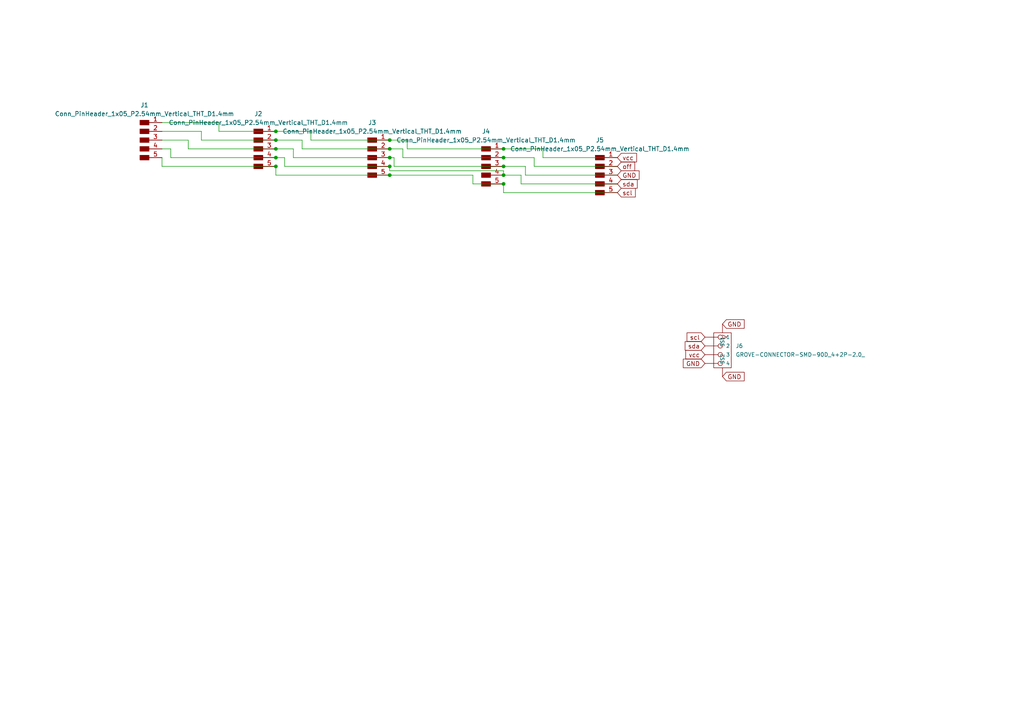
<source format=kicad_sch>
(kicad_sch (version 20230121) (generator eeschema)
  (paper "A4")
  (lib_symbols
    (symbol "OPL_Connector:GROVE-CONNECTOR-SMD-90D_4+2P-2.0_" (pin_numbers hide) (pin_names (offset 1.016))
      (property "Reference" "J" (at -7.62 6.35 0))
      (property "Value" "GROVE-CONNECTOR-SMD-90D_4+2P-2.0_" (at 1.27 6.35 0))
      (symbol "GROVE-CONNECTOR-SMD-90D_4+2P-2.0__1_0"
        (polyline (pts (xy -2.54 -5.08) (xy -2.54 5.08)))
        (polyline (pts (xy -2.54 5.08) (xy 2.54 5.08)))
        (polyline (pts (xy 2.54 -5.08) (xy -2.54 -5.08)))
        (polyline (pts (xy 2.54 5.08) (xy 2.54 -5.08)))
      )
      (symbol "GROVE-CONNECTOR-SMD-90D_4+2P-2.0__1_1"
        (pin bidirectional inverted_clock (at -5.08 3.81 0) (length 5.08) (name "1") (number "1"))
        (pin bidirectional inverted (at -5.08 1.27 0) (length 5.08) (name "2") (number "2"))
        (pin bidirectional inverted (at -5.08 -1.27 0) (length 5.08) (name "3") (number "3"))
        (pin bidirectional inverted (at -5.08 -3.81 0) (length 5.08) (name "4") (number "4"))
        (pin bidirectional line (at 0 7.62 270) (length 2.54) (name "SS1") (number "5"))
        (pin bidirectional line (at 0 -7.62 90) (length 2.54) (name "SS2") (number "6"))
      )
    )
    (symbol "fab:Conn_PinHeader_1x05_P2.54mm_Vertical_THT_D1.4mm" (pin_names hide)
      (property "Reference" "J" (at 0 7.62 0))
      (property "Value" "Conn_PinHeader_1x05_P2.54mm_Vertical_THT_D1.4mm" (at 0 -7.62 0))
      (symbol "Conn_PinHeader_1x05_P2.54mm_Vertical_THT_D1.4mm_1_1"
        (rectangle (start -1.27 -4.445) (end 1.27 -5.715) (stroke (width 0.254)) (fill (type outline)))
        (rectangle (start -1.27 -1.905) (end 1.27 -3.175) (stroke (width 0.254)) (fill (type outline)))
        (rectangle (start -1.27 0.635) (end 1.27 -0.635) (stroke (width 0.254)) (fill (type outline)))
        (rectangle (start -1.27 3.175) (end 1.27 1.905) (stroke (width 0.254)) (fill (type outline)))
        (rectangle (start -1.27 5.715) (end 1.27 4.445) (stroke (width 0.254)) (fill (type outline)))
        (pin passive line (at 5.08 5.08 180) (length 3.81) (name "Pin_1") (number "1"))
        (pin passive line (at 5.08 2.54 180) (length 3.81) (name "Pin_2") (number "2"))
        (pin passive line (at 5.08 0 180) (length 3.81) (name "Pin_3") (number "3"))
        (pin passive line (at 5.08 -2.54 180) (length 3.81) (name "Pin_4") (number "4"))
        (pin passive line (at 5.08 -5.08 180) (length 3.81) (name "Pin_5") (number "5"))
      )
    )
  )
  (junction (at 146.05 50.8))
  (junction (at 146.05 45.72))
  (junction (at 113.03 50.8))
  (junction (at 80.01 38.1))
  (junction (at 113.03 48.26))
  (junction (at 113.03 40.64))
  (junction (at 80.01 45.72))
  (junction (at 80.01 48.26))
  (junction (at 113.03 43.18))
  (junction (at 80.01 43.18))
  (junction (at 80.01 40.64))
  (junction (at 113.03 45.72))
  (junction (at 146.05 43.18))
  (junction (at 146.05 53.34))
  (junction (at 146.05 48.26))
  (wire (pts (xy 58.42 40.64) (xy 80.01 40.64)))
  (wire (pts (xy 85.09 43.18) (xy 85.09 45.72)))
  (wire (pts (xy 90.17 40.64) (xy 113.03 40.64)))
  (wire (pts (xy 80.01 45.72) (xy 82.55 45.72)))
  (wire (pts (xy 87.63 40.64) (xy 87.63 43.18)))
  (wire (pts (xy 154.94 48.26) (xy 179.07 48.26)))
  (wire (pts (xy 113.03 45.72) (xy 114.3 45.72)))
  (wire (pts (xy 113.03 43.18) (xy 116.84 43.18)))
  (wire (pts (xy 49.53 45.72) (xy 80.01 45.72)))
  (wire (pts (xy 54.61 43.18) (xy 80.01 43.18)))
  (wire (pts (xy 87.63 43.18) (xy 113.03 43.18)))
  (wire (pts (xy 157.48 45.72) (xy 179.07 45.72)))
  (wire (pts (xy 157.48 43.18) (xy 157.48 45.72)))
  (wire (pts (xy 137.16 53.34) (xy 146.05 53.34)))
  (wire (pts (xy 82.55 45.72) (xy 82.55 48.26)))
  (wire (pts (xy 118.11 43.18) (xy 146.05 43.18)))
  (wire (pts (xy 154.94 45.72) (xy 154.94 48.26)))
  (wire (pts (xy 146.05 48.26) (xy 152.4 48.26)))
  (wire (pts (xy 114.3 45.72) (xy 114.3 48.26)))
  (wire (pts (xy 46.99 35.56) (xy 63.5 35.56)))
  (wire (pts (xy 46.99 45.72) (xy 46.99 48.26)))
  (wire (pts (xy 80.01 50.8) (xy 113.03 50.8)))
  (wire (pts (xy 49.53 43.18) (xy 49.53 45.72)))
  (wire (pts (xy 82.55 48.26) (xy 113.03 48.26)))
  (wire (pts (xy 114.3 48.26) (xy 146.05 48.26)))
  (wire (pts (xy 151.13 50.8) (xy 151.13 53.34)))
  (wire (pts (xy 146.05 43.18) (xy 157.48 43.18)))
  (wire (pts (xy 58.42 38.1) (xy 58.42 40.64)))
  (wire (pts (xy 146.05 55.88) (xy 179.07 55.88)))
  (wire (pts (xy 85.09 45.72) (xy 113.03 45.72)))
  (wire (pts (xy 80.01 38.1) (xy 90.17 38.1)))
  (wire (pts (xy 151.13 53.34) (xy 179.07 53.34)))
  (wire (pts (xy 90.17 38.1) (xy 90.17 40.64)))
  (wire (pts (xy 80.01 40.64) (xy 87.63 40.64)))
  (wire (pts (xy 54.61 40.64) (xy 54.61 43.18)))
  (wire (pts (xy 146.05 50.8) (xy 151.13 50.8)))
  (wire (pts (xy 152.4 50.8) (xy 179.07 50.8)))
  (wire (pts (xy 80.01 48.26) (xy 80.01 50.8)))
  (wire (pts (xy 113.03 40.64) (xy 118.11 40.64)))
  (wire (pts (xy 118.11 40.64) (xy 118.11 43.18)))
  (wire (pts (xy 113.03 49.53) (xy 146.05 49.53)))
  (wire (pts (xy 80.01 43.18) (xy 85.09 43.18)))
  (wire (pts (xy 46.99 43.18) (xy 49.53 43.18)))
  (wire (pts (xy 46.99 48.26) (xy 80.01 48.26)))
  (wire (pts (xy 113.03 50.8) (xy 137.16 50.8)))
  (wire (pts (xy 152.4 48.26) (xy 152.4 50.8)))
  (wire (pts (xy 146.05 45.72) (xy 154.94 45.72)))
  (wire (pts (xy 63.5 38.1) (xy 80.01 38.1)))
  (wire (pts (xy 146.05 53.34) (xy 146.05 55.88)))
  (wire (pts (xy 116.84 45.72) (xy 146.05 45.72)))
  (wire (pts (xy 137.16 50.8) (xy 137.16 53.34)))
  (wire (pts (xy 63.5 35.56) (xy 63.5 38.1)))
  (wire (pts (xy 113.03 48.26) (xy 113.03 49.53)))
  (wire (pts (xy 116.84 43.18) (xy 116.84 45.72)))
  (wire (pts (xy 146.05 49.53) (xy 146.05 50.8)))
  (wire (pts (xy 46.99 40.64) (xy 54.61 40.64)))
  (wire (pts (xy 46.99 38.1) (xy 58.42 38.1)))
  (global_label "vcc" (shape input) (at 179.07 45.72 0) (property "Intersheetrefs" "${INTERSHEET_REFS}" (effects hide)))
  (global_label "sda" (shape input) (at 179.07 53.34 0) (property "Intersheetrefs" "${INTERSHEET_REFS}" (effects hide)))
  (global_label "GND" (shape input) (at 179.07 50.8 0) (property "Intersheetrefs" "${INTERSHEET_REFS}" (effects hide)))
  (global_label "GND" (shape input) (at 204.47 105.41 180) (property "Intersheetrefs" "${INTERSHEET_REFS}" (effects hide)))
  (global_label "scl" (shape input) (at 179.07 55.88 0) (property "Intersheetrefs" "${INTERSHEET_REFS}" (effects hide)))
  (global_label "scl" (shape input) (at 204.47 97.79 180) (property "Intersheetrefs" "${INTERSHEET_REFS}" (effects hide)))
  (global_label "GND" (shape input) (at 209.55 109.22 0) (property "Intersheetrefs" "${INTERSHEET_REFS}" (effects hide)))
  (global_label "sda" (shape input) (at 204.47 100.33 180) (property "Intersheetrefs" "${INTERSHEET_REFS}" (effects hide)))
  (global_label "off" (shape input) (at 179.07 48.26 0) (property "Intersheetrefs" "${INTERSHEET_REFS}" (effects hide)))
  (global_label "vcc" (shape input) (at 204.47 102.87 180) (property "Intersheetrefs" "${INTERSHEET_REFS}" (effects hide)))
  (global_label "GND" (shape input) (at 209.55 93.98 0) (property "Intersheetrefs" "${INTERSHEET_REFS}" (effects hide)))
  (symbol (lib_id "fab:Conn_PinHeader_1x05_P2.54mm_Vertical_THT_D1.4mm") (at 107.95 45.72 0) (unit 1)
    (property "Reference" "J3" (at 107.95 35.56 0))
    (property "Value" "Conn_PinHeader_1x05_P2.54mm_Vertical_THT_D1.4mm" (at 107.95 38.1 0))
    (property "Footprint" "fab:PinHeader_1x05_P2.54mm_Vertical_THT_D1.4mm" (effects hide))
  )
  (symbol (lib_id "OPL_Connector:GROVE-CONNECTOR-SMD-90D_4+2P-2.0_") (at 209.55 101.6 0) (unit 1)
    (property "Reference" "J6" (at 213.36 100.33 0) (effects (font (size 1.143 1.143)) (justify left)))
    (property "Value" "GROVE-CONNECTOR-SMD-90D_4+2P-2.0_" (at 213.36 102.87 0) (effects (font (size 1.143 1.143)) (justify left)))
    (property "Footprint" "OPL_Connector:HW4-SMD-2.0-90D" (effects hide))
    (property "SKU" "320110032" (effects hide))
  )
  (symbol (lib_id "fab:Conn_PinHeader_1x05_P2.54mm_Vertical_THT_D1.4mm") (at 41.91 40.64 0) (unit 1)
    (property "Reference" "J1" (at 41.91 30.48 0))
    (property "Value" "Conn_PinHeader_1x05_P2.54mm_Vertical_THT_D1.4mm" (at 41.91 33.02 0))
    (property "Footprint" "fab:PinHeader_1x05_P2.54mm_Vertical_THT_D1.4mm" (effects hide))
  )
  (symbol (lib_id "fab:Conn_PinHeader_1x05_P2.54mm_Vertical_THT_D1.4mm") (at 140.97 48.26 0) (unit 1)
    (property "Reference" "J4" (at 140.97 38.1 0))
    (property "Value" "Conn_PinHeader_1x05_P2.54mm_Vertical_THT_D1.4mm" (at 140.97 40.64 0))
    (property "Footprint" "fab:PinHeader_1x05_P2.54mm_Vertical_THT_D1.4mm" (effects hide))
  )
  (symbol (lib_id "fab:Conn_PinHeader_1x05_P2.54mm_Vertical_THT_D1.4mm") (at 173.99 50.8 0) (unit 1)
    (property "Reference" "J5" (at 173.99 40.64 0))
    (property "Value" "Conn_PinHeader_1x05_P2.54mm_Vertical_THT_D1.4mm" (at 173.99 43.18 0))
    (property "Footprint" "fab:PinHeader_1x05_P2.54mm_Vertical_THT_D1.4mm" (effects hide))
  )
  (symbol (lib_id "fab:Conn_PinHeader_1x05_P2.54mm_Vertical_THT_D1.4mm") (at 74.93 43.18 0) (unit 1)
    (property "Reference" "J2" (at 74.93 33.02 0))
    (property "Value" "Conn_PinHeader_1x05_P2.54mm_Vertical_THT_D1.4mm" (at 74.93 35.56 0))
    (property "Footprint" "fab:PinHeader_1x05_P2.54mm_Vertical_THT_D1.4mm" (effects hide))
  )
)
</source>
